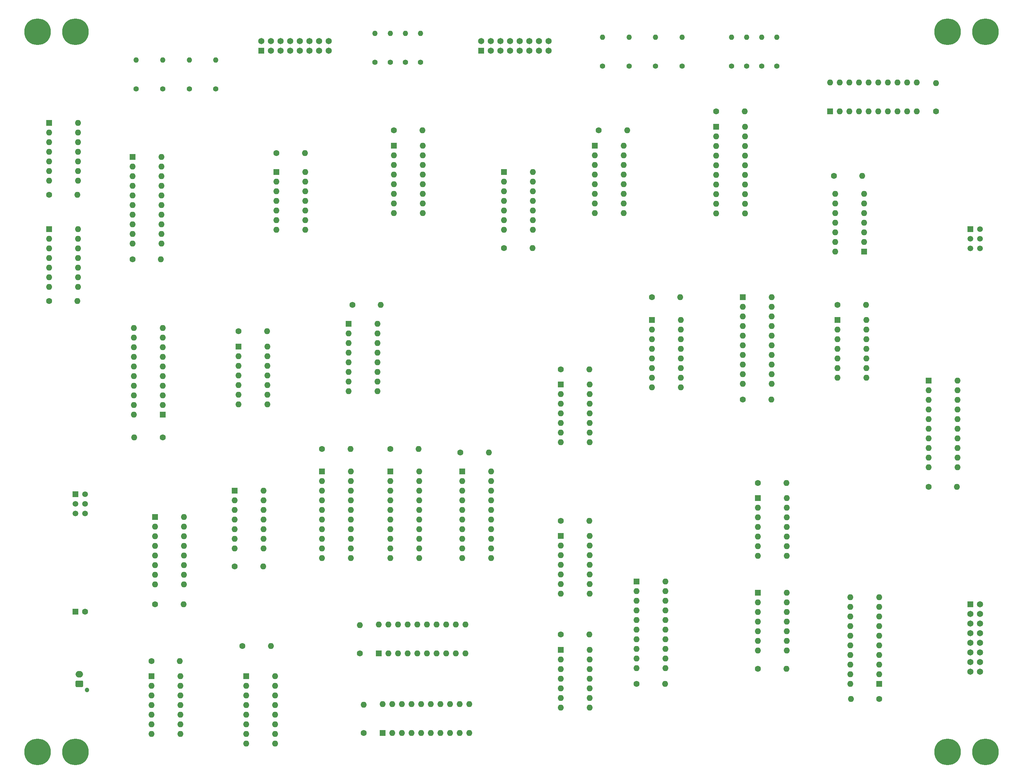
<source format=gbr>
%TF.GenerationSoftware,KiCad,Pcbnew,(5.1.10)-1*%
%TF.CreationDate,2021-10-27T21:30:29+02:00*%
%TF.ProjectId,ALU,414c552e-6b69-4636-9164-5f7063625858,rev1.0*%
%TF.SameCoordinates,Original*%
%TF.FileFunction,Soldermask,Top*%
%TF.FilePolarity,Negative*%
%FSLAX46Y46*%
G04 Gerber Fmt 4.6, Leading zero omitted, Abs format (unit mm)*
G04 Created by KiCad (PCBNEW (5.1.10)-1) date 2021-10-27 21:30:29*
%MOMM*%
%LPD*%
G01*
G04 APERTURE LIST*
%ADD10O,2.000000X1.700000*%
%ADD11C,1.200000*%
%ADD12R,1.600000X1.600000*%
%ADD13O,1.600000X1.600000*%
%ADD14R,1.500000X1.500000*%
%ADD15C,1.500000*%
%ADD16R,1.650000X1.650000*%
%ADD17C,1.650000*%
%ADD18C,1.600000*%
%ADD19C,7.000000*%
%ADD20C,0.800000*%
%ADD21O,1.400000X1.400000*%
%ADD22C,1.400000*%
G04 APERTURE END LIST*
%TO.C,5V/GND1*%
G36*
G01*
X96750000Y-207850000D02*
X95250000Y-207850000D01*
G75*
G02*
X95000000Y-207600000I0J250000D01*
G01*
X95000000Y-206400000D01*
G75*
G02*
X95250000Y-206150000I250000J0D01*
G01*
X96750000Y-206150000D01*
G75*
G02*
X97000000Y-206400000I0J-250000D01*
G01*
X97000000Y-207600000D01*
G75*
G02*
X96750000Y-207850000I-250000J0D01*
G01*
G37*
D10*
X96000000Y-204500000D03*
D11*
X98000000Y-208600000D03*
%TD*%
D12*
%TO.C,ADD4.3*%
X247000000Y-111000000D03*
D13*
X254620000Y-128780000D03*
X247000000Y-113540000D03*
X254620000Y-126240000D03*
X247000000Y-116080000D03*
X254620000Y-123700000D03*
X247000000Y-118620000D03*
X254620000Y-121160000D03*
X247000000Y-121160000D03*
X254620000Y-118620000D03*
X247000000Y-123700000D03*
X254620000Y-116080000D03*
X247000000Y-126240000D03*
X254620000Y-113540000D03*
X247000000Y-128780000D03*
X254620000Y-111000000D03*
%TD*%
%TO.C,ADD4.2*%
X174620000Y-112000000D03*
X167000000Y-129780000D03*
X174620000Y-114540000D03*
X167000000Y-127240000D03*
X174620000Y-117080000D03*
X167000000Y-124700000D03*
X174620000Y-119620000D03*
X167000000Y-122160000D03*
X174620000Y-122160000D03*
X167000000Y-119620000D03*
X174620000Y-124700000D03*
X167000000Y-117080000D03*
X174620000Y-127240000D03*
X167000000Y-114540000D03*
X174620000Y-129780000D03*
D12*
X167000000Y-112000000D03*
%TD*%
%TO.C,ADD4.1*%
X232000000Y-65000000D03*
D13*
X239620000Y-82780000D03*
X232000000Y-67540000D03*
X239620000Y-80240000D03*
X232000000Y-70080000D03*
X239620000Y-77700000D03*
X232000000Y-72620000D03*
X239620000Y-75160000D03*
X232000000Y-75160000D03*
X239620000Y-72620000D03*
X232000000Y-77700000D03*
X239620000Y-70080000D03*
X232000000Y-80240000D03*
X239620000Y-67540000D03*
X232000000Y-82780000D03*
X239620000Y-65000000D03*
%TD*%
%TO.C,ADD4.0*%
X186620000Y-65000000D03*
X179000000Y-82780000D03*
X186620000Y-67540000D03*
X179000000Y-80240000D03*
X186620000Y-70080000D03*
X179000000Y-77700000D03*
X186620000Y-72620000D03*
X179000000Y-75160000D03*
X186620000Y-75160000D03*
X179000000Y-72620000D03*
X186620000Y-77700000D03*
X179000000Y-70080000D03*
X186620000Y-80240000D03*
X179000000Y-67540000D03*
X186620000Y-82780000D03*
D12*
X179000000Y-65000000D03*
%TD*%
D13*
%TO.C,ADD_GATE0*%
X271620000Y-60000000D03*
X264000000Y-82860000D03*
X271620000Y-62540000D03*
X264000000Y-80320000D03*
X271620000Y-65080000D03*
X264000000Y-77780000D03*
X271620000Y-67620000D03*
X264000000Y-75240000D03*
X271620000Y-70160000D03*
X264000000Y-72700000D03*
X271620000Y-72700000D03*
X264000000Y-70160000D03*
X271620000Y-75240000D03*
X264000000Y-67620000D03*
X271620000Y-77780000D03*
X264000000Y-65080000D03*
X271620000Y-80320000D03*
X264000000Y-62540000D03*
X271620000Y-82860000D03*
D12*
X264000000Y-60000000D03*
%TD*%
%TO.C,ADD_GATE1*%
X271000000Y-105000000D03*
D13*
X278620000Y-127860000D03*
X271000000Y-107540000D03*
X278620000Y-125320000D03*
X271000000Y-110080000D03*
X278620000Y-122780000D03*
X271000000Y-112620000D03*
X278620000Y-120240000D03*
X271000000Y-115160000D03*
X278620000Y-117700000D03*
X271000000Y-117700000D03*
X278620000Y-115160000D03*
X271000000Y-120240000D03*
X278620000Y-112620000D03*
X271000000Y-122780000D03*
X278620000Y-110080000D03*
X271000000Y-125320000D03*
X278620000Y-107540000D03*
X271000000Y-127860000D03*
X278620000Y-105000000D03*
%TD*%
D14*
%TO.C,ALU_COMM1*%
X95000000Y-157000000D03*
D15*
X95000000Y-159540000D03*
X95000000Y-162080000D03*
X97540000Y-157000000D03*
X97540000Y-159540000D03*
X97540000Y-162080000D03*
%TD*%
D16*
%TO.C,ALU_OUT1*%
X331000000Y-186000000D03*
D17*
X333540000Y-186000000D03*
X331000000Y-188540000D03*
X333540000Y-188540000D03*
X331000000Y-191080000D03*
X333540000Y-191080000D03*
X331000000Y-193620000D03*
X333540000Y-193620000D03*
X331000000Y-196160000D03*
X333540000Y-196160000D03*
X331000000Y-198700000D03*
X333540000Y-198700000D03*
X331000000Y-201240000D03*
X333540000Y-201240000D03*
X331000000Y-203780000D03*
X333540000Y-203780000D03*
%TD*%
D12*
%TO.C,AND0*%
X223000000Y-168000000D03*
D13*
X230620000Y-183240000D03*
X223000000Y-170540000D03*
X230620000Y-180700000D03*
X223000000Y-173080000D03*
X230620000Y-178160000D03*
X223000000Y-175620000D03*
X230620000Y-175620000D03*
X223000000Y-178160000D03*
X230620000Y-173080000D03*
X223000000Y-180700000D03*
X230620000Y-170540000D03*
X223000000Y-183240000D03*
X230620000Y-168000000D03*
%TD*%
%TO.C,AND1*%
X230620000Y-198000000D03*
X223000000Y-213240000D03*
X230620000Y-200540000D03*
X223000000Y-210700000D03*
X230620000Y-203080000D03*
X223000000Y-208160000D03*
X230620000Y-205620000D03*
X223000000Y-205620000D03*
X230620000Y-208160000D03*
X223000000Y-203080000D03*
X230620000Y-210700000D03*
X223000000Y-200540000D03*
X230620000Y-213240000D03*
D12*
X223000000Y-198000000D03*
%TD*%
D13*
%TO.C,AND_GATE1*%
X250620000Y-180000000D03*
X243000000Y-202860000D03*
X250620000Y-182540000D03*
X243000000Y-200320000D03*
X250620000Y-185080000D03*
X243000000Y-197780000D03*
X250620000Y-187620000D03*
X243000000Y-195240000D03*
X250620000Y-190160000D03*
X243000000Y-192700000D03*
X250620000Y-192700000D03*
X243000000Y-190160000D03*
X250620000Y-195240000D03*
X243000000Y-187620000D03*
X250620000Y-197780000D03*
X243000000Y-185080000D03*
X250620000Y-200320000D03*
X243000000Y-182540000D03*
X250620000Y-202860000D03*
D12*
X243000000Y-180000000D03*
%TD*%
D18*
%TO.C,C1*%
X115000000Y-201000000D03*
D13*
X122500000Y-201000000D03*
%TD*%
%TO.C,C2*%
X123500000Y-186000000D03*
D18*
X116000000Y-186000000D03*
%TD*%
%TO.C,C6*%
X208000000Y-92000000D03*
D13*
X215500000Y-92000000D03*
%TD*%
%TO.C,C7*%
X146500000Y-197000000D03*
D18*
X139000000Y-197000000D03*
%TD*%
%TO.C,C8*%
X295000000Y-73000000D03*
D13*
X302500000Y-73000000D03*
%TD*%
D18*
%TO.C,C9*%
X88000000Y-106000000D03*
D13*
X95500000Y-106000000D03*
%TD*%
%TO.C,C10*%
X303500000Y-107000000D03*
D18*
X296000000Y-107000000D03*
%TD*%
D13*
%TO.C,C11*%
X95500000Y-78000000D03*
D18*
X88000000Y-78000000D03*
%TD*%
%TO.C,C12*%
X148000000Y-67000000D03*
D13*
X155500000Y-67000000D03*
%TD*%
D18*
%TO.C,C13*%
X179000000Y-61000000D03*
D13*
X186500000Y-61000000D03*
%TD*%
D18*
%TO.C,C14*%
X110000000Y-95000000D03*
D13*
X117500000Y-95000000D03*
%TD*%
%TO.C,C15*%
X322000000Y-48500000D03*
D18*
X322000000Y-56000000D03*
%TD*%
D13*
%TO.C,C16*%
X240500000Y-61000000D03*
D18*
X233000000Y-61000000D03*
%TD*%
%TO.C,C17*%
X170000000Y-199000000D03*
D13*
X170000000Y-191500000D03*
%TD*%
%TO.C,C18*%
X230500000Y-124000000D03*
D18*
X223000000Y-124000000D03*
%TD*%
%TO.C,C19*%
X171000000Y-220000000D03*
D13*
X171000000Y-212500000D03*
%TD*%
%TO.C,C20*%
X145500000Y-114000000D03*
D18*
X138000000Y-114000000D03*
%TD*%
%TO.C,C21*%
X247000000Y-105000000D03*
D13*
X254500000Y-105000000D03*
%TD*%
%TO.C,C22*%
X175500000Y-107000000D03*
D18*
X168000000Y-107000000D03*
%TD*%
D13*
%TO.C,C23*%
X271500000Y-56000000D03*
D18*
X264000000Y-56000000D03*
%TD*%
%TO.C,C24*%
X223000000Y-164000000D03*
D13*
X230500000Y-164000000D03*
%TD*%
%TO.C,C25*%
X230500000Y-194000000D03*
D18*
X223000000Y-194000000D03*
%TD*%
D13*
%TO.C,C26*%
X282500000Y-154000000D03*
D18*
X275000000Y-154000000D03*
%TD*%
D13*
%TO.C,C27*%
X282500000Y-203000000D03*
D18*
X275000000Y-203000000D03*
%TD*%
%TO.C,C28*%
X271000000Y-132000000D03*
D13*
X278500000Y-132000000D03*
%TD*%
D18*
%TO.C,C29*%
X307000000Y-211000000D03*
D13*
X299500000Y-211000000D03*
%TD*%
D18*
%TO.C,C30*%
X320000000Y-155000000D03*
D13*
X327500000Y-155000000D03*
%TD*%
D18*
%TO.C,C31*%
X118000000Y-142000000D03*
D13*
X110500000Y-142000000D03*
%TD*%
%TO.C,C32*%
X204000000Y-146000000D03*
D18*
X196500000Y-146000000D03*
%TD*%
%TO.C,C33*%
X137000000Y-176000000D03*
D13*
X144500000Y-176000000D03*
%TD*%
D18*
%TO.C,C34*%
X178000000Y-145000000D03*
D13*
X185500000Y-145000000D03*
%TD*%
%TO.C,C35*%
X167500000Y-145000000D03*
D18*
X160000000Y-145000000D03*
%TD*%
D13*
%TO.C,C36*%
X250500000Y-207000000D03*
D18*
X243000000Y-207000000D03*
%TD*%
D12*
%TO.C,COMP1*%
X320000000Y-127000000D03*
D13*
X327620000Y-149860000D03*
X320000000Y-129540000D03*
X327620000Y-147320000D03*
X320000000Y-132080000D03*
X327620000Y-144780000D03*
X320000000Y-134620000D03*
X327620000Y-142240000D03*
X320000000Y-137160000D03*
X327620000Y-139700000D03*
X320000000Y-139700000D03*
X327620000Y-137160000D03*
X320000000Y-142240000D03*
X327620000Y-134620000D03*
X320000000Y-144780000D03*
X327620000Y-132080000D03*
X320000000Y-147320000D03*
X327620000Y-129540000D03*
X320000000Y-149860000D03*
X327620000Y-127000000D03*
%TD*%
D12*
%TO.C,CPOWER1*%
X95000000Y-188000000D03*
D18*
X97500000Y-188000000D03*
%TD*%
D12*
%TO.C,DEC1*%
X116000000Y-163000000D03*
D13*
X123620000Y-180780000D03*
X116000000Y-165540000D03*
X123620000Y-178240000D03*
X116000000Y-168080000D03*
X123620000Y-175700000D03*
X116000000Y-170620000D03*
X123620000Y-173160000D03*
X116000000Y-173160000D03*
X123620000Y-170620000D03*
X116000000Y-175700000D03*
X123620000Y-168080000D03*
X116000000Y-178240000D03*
X123620000Y-165540000D03*
X116000000Y-180780000D03*
X123620000Y-163000000D03*
%TD*%
D15*
%TO.C,FLAGS_OUT1*%
X333540000Y-92080000D03*
X333540000Y-89540000D03*
X333540000Y-87000000D03*
X331000000Y-92080000D03*
X331000000Y-89540000D03*
D14*
X331000000Y-87000000D03*
%TD*%
D13*
%TO.C,FlagsAdd0*%
X204620000Y-151000000D03*
X197000000Y-173860000D03*
X204620000Y-153540000D03*
X197000000Y-171320000D03*
X204620000Y-156080000D03*
X197000000Y-168780000D03*
X204620000Y-158620000D03*
X197000000Y-166240000D03*
X204620000Y-161160000D03*
X197000000Y-163700000D03*
X204620000Y-163700000D03*
X197000000Y-161160000D03*
X204620000Y-166240000D03*
X197000000Y-158620000D03*
X204620000Y-168780000D03*
X197000000Y-156080000D03*
X204620000Y-171320000D03*
X197000000Y-153540000D03*
X204620000Y-173860000D03*
D12*
X197000000Y-151000000D03*
%TD*%
%TO.C,FlagsLeft1*%
X178000000Y-151000000D03*
D13*
X185620000Y-173860000D03*
X178000000Y-153540000D03*
X185620000Y-171320000D03*
X178000000Y-156080000D03*
X185620000Y-168780000D03*
X178000000Y-158620000D03*
X185620000Y-166240000D03*
X178000000Y-161160000D03*
X185620000Y-163700000D03*
X178000000Y-163700000D03*
X185620000Y-161160000D03*
X178000000Y-166240000D03*
X185620000Y-158620000D03*
X178000000Y-168780000D03*
X185620000Y-156080000D03*
X178000000Y-171320000D03*
X185620000Y-153540000D03*
X178000000Y-173860000D03*
X185620000Y-151000000D03*
%TD*%
%TO.C,FlagsLogical1*%
X110380000Y-136000000D03*
X118000000Y-113140000D03*
X110380000Y-133460000D03*
X118000000Y-115680000D03*
X110380000Y-130920000D03*
X118000000Y-118220000D03*
X110380000Y-128380000D03*
X118000000Y-120760000D03*
X110380000Y-125840000D03*
X118000000Y-123300000D03*
X110380000Y-123300000D03*
X118000000Y-125840000D03*
X110380000Y-120760000D03*
X118000000Y-128380000D03*
X110380000Y-118220000D03*
X118000000Y-130920000D03*
X110380000Y-115680000D03*
X118000000Y-133460000D03*
X110380000Y-113140000D03*
D12*
X118000000Y-136000000D03*
%TD*%
D13*
%TO.C,FlagsRight1*%
X167620000Y-151000000D03*
X160000000Y-173860000D03*
X167620000Y-153540000D03*
X160000000Y-171320000D03*
X167620000Y-156080000D03*
X160000000Y-168780000D03*
X167620000Y-158620000D03*
X160000000Y-166240000D03*
X167620000Y-161160000D03*
X160000000Y-163700000D03*
X167620000Y-163700000D03*
X160000000Y-161160000D03*
X167620000Y-166240000D03*
X160000000Y-158620000D03*
X167620000Y-168780000D03*
X160000000Y-156080000D03*
X167620000Y-171320000D03*
X160000000Y-153540000D03*
X167620000Y-173860000D03*
D12*
X160000000Y-151000000D03*
%TD*%
D19*
%TO.C,H1*%
X325000000Y-35000000D03*
D20*
X327625000Y-35000000D03*
X326856155Y-36856155D03*
X325000000Y-37625000D03*
X323143845Y-36856155D03*
X322375000Y-35000000D03*
X323143845Y-33143845D03*
X325000000Y-32375000D03*
X326856155Y-33143845D03*
%TD*%
%TO.C,H2*%
X96856155Y-223143845D03*
X95000000Y-222375000D03*
X93143845Y-223143845D03*
X92375000Y-225000000D03*
X93143845Y-226856155D03*
X95000000Y-227625000D03*
X96856155Y-226856155D03*
X97625000Y-225000000D03*
D19*
X95000000Y-225000000D03*
%TD*%
%TO.C,H3*%
X325000000Y-225000000D03*
D20*
X327625000Y-225000000D03*
X326856155Y-226856155D03*
X325000000Y-227625000D03*
X323143845Y-226856155D03*
X322375000Y-225000000D03*
X323143845Y-223143845D03*
X325000000Y-222375000D03*
X326856155Y-223143845D03*
%TD*%
D19*
%TO.C,H4*%
X85000000Y-35000000D03*
D20*
X87625000Y-35000000D03*
X86856155Y-36856155D03*
X85000000Y-37625000D03*
X83143845Y-36856155D03*
X82375000Y-35000000D03*
X83143845Y-33143845D03*
X85000000Y-32375000D03*
X86856155Y-33143845D03*
%TD*%
%TO.C,H5*%
X96856155Y-33143845D03*
X95000000Y-32375000D03*
X93143845Y-33143845D03*
X92375000Y-35000000D03*
X93143845Y-36856155D03*
X95000000Y-37625000D03*
X96856155Y-36856155D03*
X97625000Y-35000000D03*
D19*
X95000000Y-35000000D03*
%TD*%
D20*
%TO.C,H6*%
X86856155Y-223143845D03*
X85000000Y-222375000D03*
X83143845Y-223143845D03*
X82375000Y-225000000D03*
X83143845Y-226856155D03*
X85000000Y-227625000D03*
X86856155Y-226856155D03*
X87625000Y-225000000D03*
D19*
X85000000Y-225000000D03*
%TD*%
%TO.C,H7*%
X335000000Y-225000000D03*
D20*
X337625000Y-225000000D03*
X336856155Y-226856155D03*
X335000000Y-227625000D03*
X333143845Y-226856155D03*
X332375000Y-225000000D03*
X333143845Y-223143845D03*
X335000000Y-222375000D03*
X336856155Y-223143845D03*
%TD*%
%TO.C,H8*%
X336856155Y-33143845D03*
X335000000Y-32375000D03*
X333143845Y-33143845D03*
X332375000Y-35000000D03*
X333143845Y-36856155D03*
X335000000Y-37625000D03*
X336856155Y-36856155D03*
X337625000Y-35000000D03*
D19*
X335000000Y-35000000D03*
%TD*%
D13*
%TO.C,MUXCout1*%
X147620000Y-205000000D03*
X140000000Y-222780000D03*
X147620000Y-207540000D03*
X140000000Y-220240000D03*
X147620000Y-210080000D03*
X140000000Y-217700000D03*
X147620000Y-212620000D03*
X140000000Y-215160000D03*
X147620000Y-215160000D03*
X140000000Y-212620000D03*
X147620000Y-217700000D03*
X140000000Y-210080000D03*
X147620000Y-220240000D03*
X140000000Y-207540000D03*
X147620000Y-222780000D03*
D12*
X140000000Y-205000000D03*
%TD*%
D13*
%TO.C,NAND0*%
X95620000Y-59000000D03*
X88000000Y-74240000D03*
X95620000Y-61540000D03*
X88000000Y-71700000D03*
X95620000Y-64080000D03*
X88000000Y-69160000D03*
X95620000Y-66620000D03*
X88000000Y-66620000D03*
X95620000Y-69160000D03*
X88000000Y-64080000D03*
X95620000Y-71700000D03*
X88000000Y-61540000D03*
X95620000Y-74240000D03*
D12*
X88000000Y-59000000D03*
%TD*%
%TO.C,NAND1*%
X88000000Y-87000000D03*
D13*
X95620000Y-102240000D03*
X88000000Y-89540000D03*
X95620000Y-99700000D03*
X88000000Y-92080000D03*
X95620000Y-97160000D03*
X88000000Y-94620000D03*
X95620000Y-94620000D03*
X88000000Y-97160000D03*
X95620000Y-92080000D03*
X88000000Y-99700000D03*
X95620000Y-89540000D03*
X88000000Y-102240000D03*
X95620000Y-87000000D03*
%TD*%
%TO.C,NAND41*%
X122620000Y-205000000D03*
X115000000Y-220240000D03*
X122620000Y-207540000D03*
X115000000Y-217700000D03*
X122620000Y-210080000D03*
X115000000Y-215160000D03*
X122620000Y-212620000D03*
X115000000Y-212620000D03*
X122620000Y-215160000D03*
X115000000Y-210080000D03*
X122620000Y-217700000D03*
X115000000Y-207540000D03*
X122620000Y-220240000D03*
D12*
X115000000Y-205000000D03*
%TD*%
%TO.C,NAND_GATE0*%
X110000000Y-68000000D03*
D13*
X117620000Y-90860000D03*
X110000000Y-70540000D03*
X117620000Y-88320000D03*
X110000000Y-73080000D03*
X117620000Y-85780000D03*
X110000000Y-75620000D03*
X117620000Y-83240000D03*
X110000000Y-78160000D03*
X117620000Y-80700000D03*
X110000000Y-80700000D03*
X117620000Y-78160000D03*
X110000000Y-83240000D03*
X117620000Y-75620000D03*
X110000000Y-85780000D03*
X117620000Y-73080000D03*
X110000000Y-88320000D03*
X117620000Y-70540000D03*
X110000000Y-90860000D03*
X117620000Y-68000000D03*
%TD*%
D17*
%TO.C,OP1*%
X161780000Y-37460000D03*
X161780000Y-40000000D03*
X159240000Y-37460000D03*
X159240000Y-40000000D03*
X156700000Y-37460000D03*
X156700000Y-40000000D03*
X154160000Y-37460000D03*
X154160000Y-40000000D03*
X151620000Y-37460000D03*
X151620000Y-40000000D03*
X149080000Y-37460000D03*
X149080000Y-40000000D03*
X146540000Y-37460000D03*
X146540000Y-40000000D03*
X144000000Y-37460000D03*
D16*
X144000000Y-40000000D03*
%TD*%
%TO.C,OP2*%
X202000000Y-40000000D03*
D17*
X202000000Y-37460000D03*
X204540000Y-40000000D03*
X204540000Y-37460000D03*
X207080000Y-40000000D03*
X207080000Y-37460000D03*
X209620000Y-40000000D03*
X209620000Y-37460000D03*
X212160000Y-40000000D03*
X212160000Y-37460000D03*
X214700000Y-40000000D03*
X214700000Y-37460000D03*
X217240000Y-40000000D03*
X217240000Y-37460000D03*
X219780000Y-40000000D03*
X219780000Y-37460000D03*
%TD*%
D12*
%TO.C,OR0*%
X275000000Y-158000000D03*
D13*
X282620000Y-173240000D03*
X275000000Y-160540000D03*
X282620000Y-170700000D03*
X275000000Y-163080000D03*
X282620000Y-168160000D03*
X275000000Y-165620000D03*
X282620000Y-165620000D03*
X275000000Y-168160000D03*
X282620000Y-163080000D03*
X275000000Y-170700000D03*
X282620000Y-160540000D03*
X275000000Y-173240000D03*
X282620000Y-158000000D03*
%TD*%
D12*
%TO.C,OR1*%
X275000000Y-183000000D03*
D13*
X282620000Y-198240000D03*
X275000000Y-185540000D03*
X282620000Y-195700000D03*
X275000000Y-188080000D03*
X282620000Y-193160000D03*
X275000000Y-190620000D03*
X282620000Y-190620000D03*
X275000000Y-193160000D03*
X282620000Y-188080000D03*
X275000000Y-195700000D03*
X282620000Y-185540000D03*
X275000000Y-198240000D03*
X282620000Y-183000000D03*
%TD*%
D12*
%TO.C,OR_GATE1*%
X307000000Y-207000000D03*
D13*
X299380000Y-184140000D03*
X307000000Y-204460000D03*
X299380000Y-186680000D03*
X307000000Y-201920000D03*
X299380000Y-189220000D03*
X307000000Y-199380000D03*
X299380000Y-191760000D03*
X307000000Y-196840000D03*
X299380000Y-194300000D03*
X307000000Y-194300000D03*
X299380000Y-196840000D03*
X307000000Y-191760000D03*
X299380000Y-199380000D03*
X307000000Y-189220000D03*
X299380000Y-201920000D03*
X307000000Y-186680000D03*
X299380000Y-204460000D03*
X307000000Y-184140000D03*
X299380000Y-207000000D03*
%TD*%
%TO.C,OverflowXOR1*%
X144620000Y-156000000D03*
X137000000Y-171240000D03*
X144620000Y-158540000D03*
X137000000Y-168700000D03*
X144620000Y-161080000D03*
X137000000Y-166160000D03*
X144620000Y-163620000D03*
X137000000Y-163620000D03*
X144620000Y-166160000D03*
X137000000Y-161080000D03*
X144620000Y-168700000D03*
X137000000Y-158540000D03*
X144620000Y-171240000D03*
D12*
X137000000Y-156000000D03*
%TD*%
D21*
%TO.C,PD8*%
X186000000Y-35380000D03*
D22*
X186000000Y-43000000D03*
%TD*%
%TO.C,PD9*%
X132000000Y-50000000D03*
D21*
X132000000Y-42380000D03*
%TD*%
%TO.C,PD10*%
X182000000Y-35380000D03*
D22*
X182000000Y-43000000D03*
%TD*%
%TO.C,PD11*%
X125000000Y-50000000D03*
D21*
X125000000Y-42380000D03*
%TD*%
%TO.C,PD12*%
X178000000Y-35380000D03*
D22*
X178000000Y-43000000D03*
%TD*%
%TO.C,PD13*%
X118000000Y-50000000D03*
D21*
X118000000Y-42380000D03*
%TD*%
%TO.C,PD14*%
X174000000Y-35380000D03*
D22*
X174000000Y-43000000D03*
%TD*%
%TO.C,PD15*%
X111000000Y-50000000D03*
D21*
X111000000Y-42380000D03*
%TD*%
D22*
%TO.C,PDB8*%
X248000000Y-44000000D03*
D21*
X248000000Y-36380000D03*
%TD*%
%TO.C,PDB9*%
X280000000Y-36380000D03*
D22*
X280000000Y-44000000D03*
%TD*%
%TO.C,PDB10*%
X255000000Y-44000000D03*
D21*
X255000000Y-36380000D03*
%TD*%
%TO.C,PDB11*%
X276000000Y-36380000D03*
D22*
X276000000Y-44000000D03*
%TD*%
%TO.C,PDB12*%
X241000000Y-44000000D03*
D21*
X241000000Y-36380000D03*
%TD*%
%TO.C,PDB13*%
X272000000Y-36380000D03*
D22*
X272000000Y-44000000D03*
%TD*%
D21*
%TO.C,PDB14*%
X234000000Y-36380000D03*
D22*
X234000000Y-44000000D03*
%TD*%
%TO.C,PDB15*%
X268000000Y-44000000D03*
D21*
X268000000Y-36380000D03*
%TD*%
D12*
%TO.C,SL_GATE0*%
X176000000Y-220000000D03*
D13*
X198860000Y-212380000D03*
X178540000Y-220000000D03*
X196320000Y-212380000D03*
X181080000Y-220000000D03*
X193780000Y-212380000D03*
X183620000Y-220000000D03*
X191240000Y-212380000D03*
X186160000Y-220000000D03*
X188700000Y-212380000D03*
X188700000Y-220000000D03*
X186160000Y-212380000D03*
X191240000Y-220000000D03*
X183620000Y-212380000D03*
X193780000Y-220000000D03*
X181080000Y-212380000D03*
X196320000Y-220000000D03*
X178540000Y-212380000D03*
X198860000Y-220000000D03*
X176000000Y-212380000D03*
%TD*%
D12*
%TO.C,SR_GATE0*%
X175000000Y-199000000D03*
D13*
X197860000Y-191380000D03*
X177540000Y-199000000D03*
X195320000Y-191380000D03*
X180080000Y-199000000D03*
X192780000Y-191380000D03*
X182620000Y-199000000D03*
X190240000Y-191380000D03*
X185160000Y-199000000D03*
X187700000Y-191380000D03*
X187700000Y-199000000D03*
X185160000Y-191380000D03*
X190240000Y-199000000D03*
X182620000Y-191380000D03*
X192780000Y-199000000D03*
X180080000Y-191380000D03*
X195320000Y-199000000D03*
X177540000Y-191380000D03*
X197860000Y-199000000D03*
X175000000Y-191380000D03*
%TD*%
D12*
%TO.C,XOR0*%
X303000000Y-93000000D03*
D13*
X295380000Y-77760000D03*
X303000000Y-90460000D03*
X295380000Y-80300000D03*
X303000000Y-87920000D03*
X295380000Y-82840000D03*
X303000000Y-85380000D03*
X295380000Y-85380000D03*
X303000000Y-82840000D03*
X295380000Y-87920000D03*
X303000000Y-80300000D03*
X295380000Y-90460000D03*
X303000000Y-77760000D03*
X295380000Y-93000000D03*
%TD*%
%TO.C,XOR1*%
X303620000Y-111000000D03*
X296000000Y-126240000D03*
X303620000Y-113540000D03*
X296000000Y-123700000D03*
X303620000Y-116080000D03*
X296000000Y-121160000D03*
X303620000Y-118620000D03*
X296000000Y-118620000D03*
X303620000Y-121160000D03*
X296000000Y-116080000D03*
X303620000Y-123700000D03*
X296000000Y-113540000D03*
X303620000Y-126240000D03*
D12*
X296000000Y-111000000D03*
%TD*%
D13*
%TO.C,XOR2*%
X215620000Y-72000000D03*
X208000000Y-87240000D03*
X215620000Y-74540000D03*
X208000000Y-84700000D03*
X215620000Y-77080000D03*
X208000000Y-82160000D03*
X215620000Y-79620000D03*
X208000000Y-79620000D03*
X215620000Y-82160000D03*
X208000000Y-77080000D03*
X215620000Y-84700000D03*
X208000000Y-74540000D03*
X215620000Y-87240000D03*
D12*
X208000000Y-72000000D03*
%TD*%
%TO.C,XOR3*%
X138000000Y-118000000D03*
D13*
X145620000Y-133240000D03*
X138000000Y-120540000D03*
X145620000Y-130700000D03*
X138000000Y-123080000D03*
X145620000Y-128160000D03*
X138000000Y-125620000D03*
X145620000Y-125620000D03*
X138000000Y-128160000D03*
X145620000Y-123080000D03*
X138000000Y-130700000D03*
X145620000Y-120540000D03*
X138000000Y-133240000D03*
X145620000Y-118000000D03*
%TD*%
%TO.C,XOR4*%
X230620000Y-128000000D03*
X223000000Y-143240000D03*
X230620000Y-130540000D03*
X223000000Y-140700000D03*
X230620000Y-133080000D03*
X223000000Y-138160000D03*
X230620000Y-135620000D03*
X223000000Y-135620000D03*
X230620000Y-138160000D03*
X223000000Y-133080000D03*
X230620000Y-140700000D03*
X223000000Y-130540000D03*
X230620000Y-143240000D03*
D12*
X223000000Y-128000000D03*
%TD*%
%TO.C,XOR41*%
X148000000Y-72000000D03*
D13*
X155620000Y-87240000D03*
X148000000Y-74540000D03*
X155620000Y-84700000D03*
X148000000Y-77080000D03*
X155620000Y-82160000D03*
X148000000Y-79620000D03*
X155620000Y-79620000D03*
X148000000Y-82160000D03*
X155620000Y-77080000D03*
X148000000Y-84700000D03*
X155620000Y-74540000D03*
X148000000Y-87240000D03*
X155620000Y-72000000D03*
%TD*%
%TO.C,XOR_GATE0*%
X294000000Y-48380000D03*
X316860000Y-56000000D03*
X296540000Y-48380000D03*
X314320000Y-56000000D03*
X299080000Y-48380000D03*
X311780000Y-56000000D03*
X301620000Y-48380000D03*
X309240000Y-56000000D03*
X304160000Y-48380000D03*
X306700000Y-56000000D03*
X306700000Y-48380000D03*
X304160000Y-56000000D03*
X309240000Y-48380000D03*
X301620000Y-56000000D03*
X311780000Y-48380000D03*
X299080000Y-56000000D03*
X314320000Y-48380000D03*
X296540000Y-56000000D03*
X316860000Y-48380000D03*
D12*
X294000000Y-56000000D03*
%TD*%
M02*

</source>
